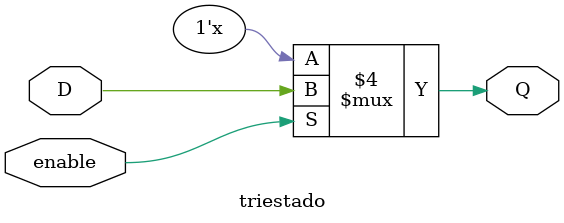
<source format=v>
module triestado(input enable,D, output reg Q);

	always @(*) 
		if (enable==0)
			Q <= 1'bz;
			else 
			Q<=D;

endmodule
</source>
